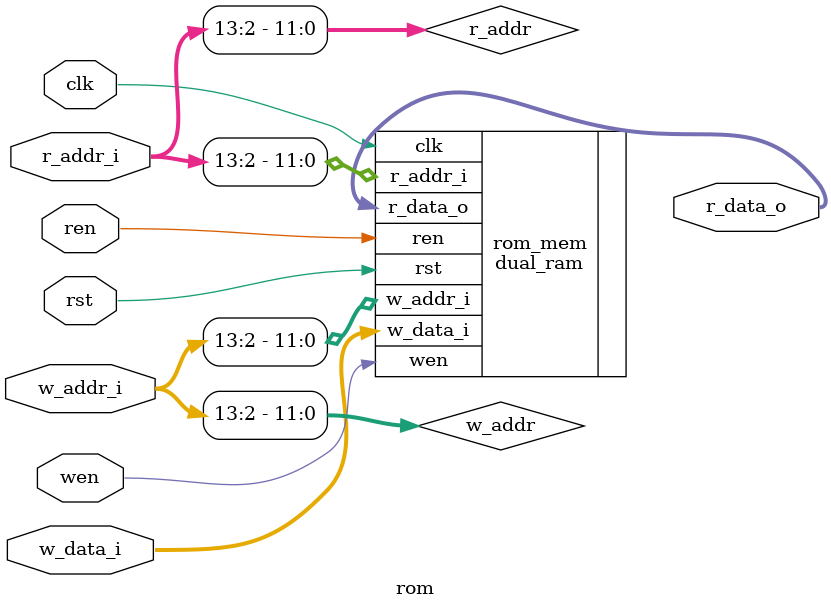
<source format=v>
module rom(
	input  wire 		  clk		,
	input  wire 		  rst		,
	input  wire 		  wen		,//写端口
	input  wire[32-1:0]   w_addr_i	,
	input  wire[32-1:0]   w_data_i	,
	input  wire 		  ren		,//读端口	
	input  wire[32-1:0]   r_addr_i	,
	output wire[32-1:0]   r_data_o	
);
	wire[11:0] w_addr = w_addr_i[13:2];
	wire[11:0] r_addr = r_addr_i[13:2];

	dual_ram #(
		 .DW(32),
		 .AW(12),
		 .MEM_NUM(4096)
	)
	rom_mem
	(
       .clk		 	(clk        	),
	   .rst		 	(rst        	),
       .wen		 	(wen 	   		),
	   .w_addr_i 	(w_addr 		),
	   .w_data_i 	(w_data_i 	    ),
	   .ren		 	(ren			),
	   .r_addr_i 	(r_addr 		),
	   .r_data_o 	(r_data_o 	    )
	);

endmodule
</source>
